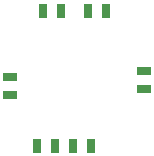
<source format=gbp>
G04 (created by PCBNEW (2013-05-31 BZR 4019)-stable) date 7/11/2013 3:51:15 PM*
%MOIN*%
G04 Gerber Fmt 3.4, Leading zero omitted, Abs format*
%FSLAX34Y34*%
G01*
G70*
G90*
G04 APERTURE LIST*
%ADD10C,0.00590551*%
%ADD11R,0.025X0.045*%
%ADD12R,0.045X0.025*%
G04 APERTURE END LIST*
G54D10*
G54D11*
X26900Y-20150D03*
X26300Y-20150D03*
X24600Y-24650D03*
X25200Y-24650D03*
G54D12*
X23700Y-22350D03*
X23700Y-22950D03*
G54D11*
X25800Y-24650D03*
X26400Y-24650D03*
X24800Y-20150D03*
X25400Y-20150D03*
G54D12*
X28150Y-22750D03*
X28150Y-22150D03*
M02*

</source>
